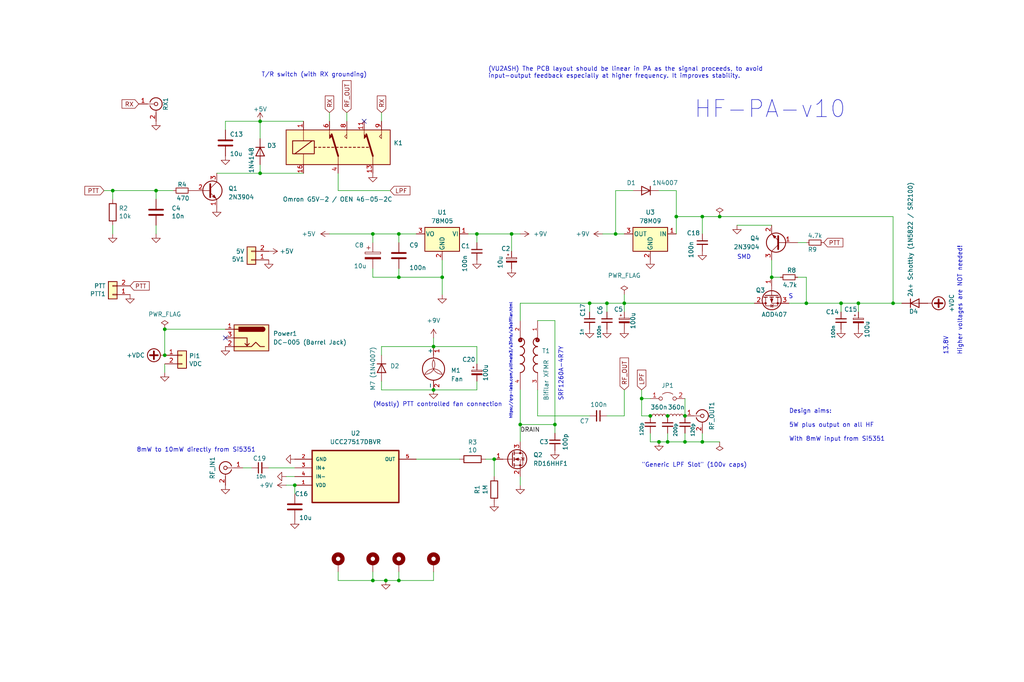
<source format=kicad_sch>
(kicad_sch (version 20230121) (generator eeschema)
  (paper "User" 299.999 200)
  (title_block (title "Easy-PA-With-TR-Switch") (date "2023-09-15") (rev "v3.01") (company "Author: Dhiru Kholia (VU3CER)") (comment 1 "Designed for https://github.com/kholia/Easy-Digital-Beacons-v1 project") (comment 2 "Motivation: We need usable power on the 10m band!") (comment 3 "Based on designs from Henning Paul"))
  (lib_symbols
    (symbol "+VDC_1" (power) (pin_names (offset 0))
      (property "Value" "+VDC_1" (at 0 6.35 0))
      (symbol "+VDC_1_1_1"
        (pin power_in line (at 0 0 90) (length 0) hide (name "+VDC") (number "1"))
      )
    )
    (symbol "Connector:Barrel_Jack_Switch" (pin_names hide)
      (property "Reference" "J" (at 0 5.334 0))
      (property "Value" "Barrel_Jack_Switch" (at 0 -5.08 0))
      (symbol "Barrel_Jack_Switch_1_1"
        (pin passive line (at 7.62 2.54 180) (length 2.54) (name "~") (number "1"))
        (pin passive line (at 7.62 -2.54 180) (length 2.54) (name "~") (number "2"))
        (pin passive line (at 7.62 0 180) (length 2.54) (name "~") (number "3"))
      )
    )
    (symbol "Connector:Conn_Coaxial" (pin_names (offset 1.016) hide)
      (property "Reference" "J" (at 0.254 3.048 0))
      (property "Value" "Conn_Coaxial" (at 2.921 0 90))
      (symbol "Conn_Coaxial_1_1"
        (pin passive line (at -5.08 0 0) (length 2.54) (name "In") (number "1"))
        (pin passive line (at 0 -5.08 90) (length 2.54) (name "Ext") (number "2"))
      )
    )
    (symbol "Connector_Generic:Conn_01x02" (pin_names (offset 1.016) hide)
      (property "Reference" "J" (at 0 2.54 0))
      (property "Value" "Conn_01x02" (at 0 -5.08 0))
      (symbol "Conn_01x02_1_1"
        (pin passive line (at -5.08 0 0) (length 3.81) (name "Pin_1") (number "1"))
        (pin passive line (at -5.08 -2.54 0) (length 3.81) (name "Pin_2") (number "2"))
      )
    )
    (symbol "Device:C" (pin_numbers hide) (pin_names (offset 0.254))
      (property "Reference" "C" (at 0.635 2.54 0))
      (property "Value" "C" (at 0.635 -2.54 0))
      (symbol "C_1_1"
        (pin passive line (at 0 3.81 270) (length 2.794) (name "~") (number "1"))
        (pin passive line (at 0 -3.81 90) (length 2.794) (name "~") (number "2"))
      )
    )
    (symbol "Device:C_Polarized" (pin_numbers hide) (pin_names (offset 0.254))
      (property "Reference" "C" (at 0.635 2.54 0))
      (property "Value" "C_Polarized" (at 0.635 -2.54 0))
      (symbol "C_Polarized_1_1"
        (pin passive line (at 0 3.81 270) (length 2.794) (name "~") (number "1"))
        (pin passive line (at 0 -3.81 90) (length 2.794) (name "~") (number "2"))
      )
    )
    (symbol "Device:C_Polarized_Small" (pin_numbers hide) (pin_names (offset 0.254) hide)
      (property "Reference" "C" (at 0.254 1.778 0))
      (property "Value" "C_Polarized_Small" (at 0.254 -2.032 0))
      (symbol "C_Polarized_Small_1_1"
        (pin passive line (at 0 2.54 270) (length 1.8542) (name "~") (number "1"))
        (pin passive line (at 0 -2.54 90) (length 1.8542) (name "~") (number "2"))
      )
    )
    (symbol "Device:C_Small" (pin_numbers hide) (pin_names (offset 0.254) hide)
      (property "Reference" "C" (at 0.254 1.778 0))
      (property "Value" "C_Small" (at 0.254 -2.032 0))
      (symbol "C_Small_1_1"
        (pin passive line (at 0 2.54 270) (length 2.032) (name "~") (number "1"))
        (pin passive line (at 0 -2.54 90) (length 2.032) (name "~") (number "2"))
      )
    )
    (symbol "Device:D" (pin_numbers hide) (pin_names (offset 1.016) hide)
      (property "Reference" "D" (at 0 2.54 0))
      (property "Value" "D" (at 0 -2.54 0))
      (symbol "D_1_1"
        (pin passive line (at -3.81 0 0) (length 2.54) (name "K") (number "1"))
        (pin passive line (at 3.81 0 180) (length 2.54) (name "A") (number "2"))
      )
    )
    (symbol "Device:L_Small" (pin_numbers hide) (pin_names (offset 0.254) hide)
      (property "Reference" "L" (at 0.762 1.016 0))
      (property "Value" "L_Small" (at 0.762 -1.016 0))
      (symbol "L_Small_1_1"
        (pin passive line (at 0 2.54 270) (length 0.508) (name "~") (number "1"))
        (pin passive line (at 0 -2.54 90) (length 0.508) (name "~") (number "2"))
      )
    )
    (symbol "Device:Q_NMOS_GSD" (pin_names (offset 0) hide)
      (property "Reference" "Q" (at 5.08 1.27 0))
      (property "Value" "Q_NMOS_GSD" (at 5.08 -1.27 0))
      (symbol "Q_NMOS_GSD_1_1"
        (pin input line (at -5.08 0 0) (length 2.54) (name "G") (number "1"))
        (pin passive line (at 2.54 -5.08 90) (length 2.54) (name "S") (number "2"))
        (pin passive line (at 2.54 5.08 270) (length 2.54) (name "D") (number "3"))
      )
    )
    (symbol "Device:R" (pin_numbers hide) (pin_names (offset 0))
      (property "Reference" "R" (at 2.032 0 90))
      (property "Value" "R" (at 0 0 90))
      (symbol "R_1_1"
        (pin passive line (at 0 3.81 270) (length 1.27) (name "~") (number "1"))
        (pin passive line (at 0 -3.81 90) (length 1.27) (name "~") (number "2"))
      )
    )
    (symbol "Device:R_Small" (pin_numbers hide) (pin_names (offset 0.254) hide)
      (property "Reference" "R" (at 0.762 0.508 0))
      (property "Value" "R_Small" (at 0.762 -1.016 0))
      (symbol "R_Small_1_1"
        (pin passive line (at 0 2.54 270) (length 0.762) (name "~") (number "1"))
        (pin passive line (at 0 -2.54 90) (length 0.762) (name "~") (number "2"))
      )
    )
    (symbol "Diode:1N4007" (pin_numbers hide) (pin_names hide)
      (property "Reference" "D" (at 0 2.54 0))
      (property "Value" "1N4007" (at 0 -2.54 0))
      (symbol "1N4007_1_1"
        (pin passive line (at -3.81 0 0) (length 2.54) (name "K") (number "1"))
        (pin passive line (at 3.81 0 180) (length 2.54) (name "A") (number "2"))
      )
    )
    (symbol "Diode:1N4148" (pin_numbers hide) (pin_names hide)
      (property "Reference" "D" (at 0 2.54 0))
      (property "Value" "1N4148" (at 0 -2.54 0))
      (property "Sim.Device" "D" (at 0 0 0))
      (property "Sim.Pins" "1=K 2=A" (at 0 0 0))
      (symbol "1N4148_1_1"
        (pin passive line (at -3.81 0 0) (length 2.54) (name "K") (number "1"))
        (pin passive line (at 3.81 0 180) (length 2.54) (name "A") (number "2"))
      )
    )
    (symbol "Jumper:Jumper_2_Open" (pin_names (offset 0) hide)
      (property "Reference" "JP" (at 0 2.794 0))
      (property "Value" "Jumper_2_Open" (at 0 -2.286 0))
      (symbol "Jumper_2_Open_1_1"
        (pin passive line (at -5.08 0 0) (length 2.54) (name "A") (number "1"))
        (pin passive line (at 5.08 0 180) (length 2.54) (name "B") (number "2"))
      )
    )
    (symbol "Mechanical:MountingHole_Pad" (pin_numbers hide) (pin_names (offset 1.016) hide)
      (property "Reference" "H" (at 0 6.35 0))
      (property "Value" "MountingHole_Pad" (at 0 4.445 0))
      (symbol "MountingHole_Pad_1_1"
        (pin input line (at 0 -2.54 90) (length 2.54) (name "1") (number "1"))
      )
    )
    (symbol "Motor:Fan" (pin_names (offset 0))
      (property "Reference" "M" (at 2.54 5.08 0))
      (property "Value" "Fan" (at 2.54 -2.54 0))
      (symbol "Fan_1_1"
        (pin passive line (at 0 7.62 270) (length 2.54) (name "+") (number "1"))
        (pin passive line (at 0 -5.08 90) (length 2.54) (name "-") (number "2"))
      )
    )
    (symbol "Regulator_Linear:L7812" (pin_names (offset 0.254))
      (property "Reference" "U" (at -3.81 3.175 0))
      (property "Value" "L7812" (at 0 3.175 0))
      (symbol "L7812_1_1"
        (pin power_in line (at -7.62 0 0) (length 2.54) (name "IN") (number "1"))
        (pin power_in line (at 0 -7.62 90) (length 2.54) (name "GND") (number "2"))
        (pin power_out line (at 7.62 0 180) (length 2.54) (name "OUT") (number "3"))
      )
    )
    (symbol "Regulator_Linear:LM78M05_TO252" (pin_names (offset 0.254))
      (property "Reference" "U" (at -3.81 3.175 0))
      (property "Value" "LM78M05_TO252" (at 0 3.175 0))
      (symbol "LM78M05_TO252_1_1"
        (pin power_in line (at -7.62 0 0) (length 2.54) (name "VI") (number "1"))
        (pin power_in line (at 0 -7.62 90) (length 2.54) (name "GND") (number "2"))
        (pin power_out line (at 7.62 0 180) (length 2.54) (name "VO") (number "3"))
      )
    )
    (symbol "Relay:G5V-2"
      (property "Reference" "K" (at 16.51 3.81 0))
      (property "Value" "G5V-2" (at 16.51 1.27 0))
      (symbol "G5V-2_1_1"
        (pin passive line (at -10.16 7.62 270) (length 2.54) (name "~") (number "1"))
        (pin passive line (at 7.62 7.62 270) (length 2.54) (name "~") (number "11"))
        (pin passive line (at 10.16 -7.62 90) (length 2.54) (name "~") (number "13"))
        (pin passive line (at -10.16 -7.62 90) (length 2.54) (name "~") (number "16"))
        (pin passive line (at 0 -7.62 90) (length 2.54) (name "~") (number "4"))
        (pin passive line (at -2.54 7.62 270) (length 2.54) (name "~") (number "6"))
        (pin passive line (at 2.54 7.62 270) (length 2.54) (name "~") (number "8"))
        (pin passive line (at 12.7 7.62 270) (length 2.54) (name "~") (number "9"))
      )
    )
    (symbol "SRF1260A-4R7Y:SRF1260A-4R7Y" (pin_names (offset 1.016))
      (property "Reference" "L" (at -7.631 5.0873 0))
      (property "Value" "SRF1260A-4R7Y" (at -7.6349 -7.6349 0))
      (symbol "SRF1260A-4R7Y_0_0"
        (pin passive line (at -10.16 2.54 0) (length 5.08) (name "~") (number "1"))
        (pin passive line (at -10.16 -2.54 0) (length 5.08) (name "~") (number "2"))
        (pin passive line (at 10.16 2.54 180) (length 5.08) (name "~") (number "3"))
        (pin passive line (at 10.16 -2.54 180) (length 5.08) (name "~") (number "4"))
      )
    )
    (symbol "Transistor_BJT:2N3904" (pin_names (offset 0) hide)
      (property "Reference" "Q" (at 5.08 1.905 0))
      (property "Value" "2N3904" (at 5.08 0 0))
      (symbol "2N3904_1_1"
        (pin passive line (at 2.54 -5.08 90) (length 2.54) (name "E") (number "1"))
        (pin passive line (at -5.08 0 0) (length 5.715) (name "B") (number "2"))
        (pin passive line (at 2.54 5.08 270) (length 2.54) (name "C") (number "3"))
      )
    )
    (symbol "Transistor_BJT:MMBT3904" (pin_names (offset 0) hide)
      (property "Reference" "Q" (at 5.08 1.905 0))
      (property "Value" "MMBT3904" (at 5.08 0 0))
      (symbol "MMBT3904_1_1"
        (pin input line (at -5.08 0 0) (length 5.715) (name "B") (number "1"))
        (pin passive line (at 2.54 -5.08 90) (length 2.54) (name "E") (number "2"))
        (pin passive line (at 2.54 5.08 270) (length 2.54) (name "C") (number "3"))
      )
    )
    (symbol "Transistor_FET:IRF9540N" (pin_names hide)
      (property "Reference" "Q" (at 5.08 1.905 0))
      (property "Value" "IRF9540N" (at 5.08 0 0))
      (symbol "IRF9540N_1_1"
        (pin input line (at -5.08 0 0) (length 2.54) (name "G") (number "1"))
        (pin passive line (at 2.54 5.08 270) (length 2.54) (name "D") (number "2"))
        (pin passive line (at 2.54 -5.08 90) (length 2.54) (name "S") (number "3"))
      )
    )
    (symbol "UCC27517DBVR:UCC27517DBVR" (pin_names (offset 1.016))
      (property "Reference" "U" (at -12.7 8.62 0))
      (property "Value" "UCC27517DBVR" (at -12.7 -11.62 0))
      (symbol "UCC27517DBVR_0_0"
        (pin input line (at -17.78 -2.54 0) (length 5.08) (name "VDD") (number "1"))
        (pin input line (at -17.78 5.08 0) (length 5.08) (name "GND") (number "2"))
        (pin input line (at -17.78 2.54 0) (length 5.08) (name "IN+") (number "3"))
        (pin input line (at -17.78 0 0) (length 5.08) (name "IN-") (number "4"))
        (pin output line (at 17.78 5.08 180) (length 5.08) (name "OUT") (number "5"))
      )
    )
    (symbol "power:+5V" (power) (pin_names (offset 0))
      (property "Value" "+5V" (at 0 3.556 0))
      (symbol "+5V_1_1"
        (pin power_in line (at 0 0 90) (length 0) hide (name "+5V") (number "1"))
      )
    )
    (symbol "power:+9V" (power) (pin_names (offset 0))
      (property "Value" "+9V" (at 0 3.556 0))
      (symbol "+9V_1_1"
        (pin power_in line (at 0 0 90) (length 0) hide (name "+9V") (number "1"))
      )
    )
    (symbol "power:+VDC" (power) (pin_names (offset 0))
      (property "Value" "+VDC" (at 0 6.35 0))
      (symbol "+VDC_1_1"
        (pin power_in line (at 0 0 90) (length 0) hide (name "+VDC") (number "1"))
      )
    )
    (symbol "power:GND" (power) (pin_names (offset 0))
      (property "Value" "GND" (at 0 -3.81 0))
      (symbol "GND_1_1"
        (pin power_in line (at 0 0 270) (length 0) hide (name "GND") (number "1"))
      )
    )
    (symbol "power:PWR_FLAG" (power) (pin_numbers hide) (pin_names (offset 0) hide)
      (property "Value" "PWR_FLAG" (at 0 3.81 0))
      (symbol "PWR_FLAG_0_0"
        (pin power_out line (at 0 0 90) (length 0) (name "pwr") (number "1"))
      )
    )
  )
  (junction (at 205.74 129.54))
  (junction (at 193.04 129.54))
  (junction (at 144.78 134.62))
  (junction (at 162.56 124.46))
  (junction (at 261.62 88.9))
  (junction (at 187.96 116.84))
  (junction (at 139.7 68.58))
  (junction (at 195.58 129.54))
  (junction (at 86.36 142.24))
  (junction (at 127 101.6))
  (junction (at 246.38 88.9))
  (junction (at 127 114.3))
  (junction (at 210.82 63.5))
  (junction (at 116.84 68.58))
  (junction (at 109.22 68.58))
  (junction (at 45.72 55.88))
  (junction (at 129.54 81.28))
  (junction (at 109.22 170.18))
  (junction (at 190.5 121.92))
  (junction (at 200.66 121.92))
  (junction (at 236.22 88.9))
  (junction (at 116.84 81.28))
  (junction (at 48.26 104.14))
  (junction (at 195.58 121.92))
  (junction (at 177.8 88.9))
  (junction (at 116.84 170.18))
  (junction (at 172.72 88.9))
  (junction (at 200.66 129.54))
  (junction (at 152.4 124.46))
  (junction (at 182.88 88.9))
  (junction (at 113.03 170.18))
  (junction (at 251.46 88.9))
  (junction (at 180.34 68.58))
  (junction (at 198.12 63.5))
  (junction (at 33.02 55.88))
  (junction (at 226.06 81.28))
  (junction (at 76.2 50.8))
  (junction (at 48.26 96.52))
  (junction (at 205.74 63.5))
  (junction (at 149.86 68.58))
  (junction (at 76.2 35.56))
  (no_connect (at 66.04 99.06))
  (no_connect (at 106.68 35.56))
  (wire (pts (xy 152.4 88.9) (xy 172.72 88.9)))
  (wire (pts (xy 66.04 35.56) (xy 66.04 38.1)))
  (wire (pts (xy 111.76 33.02) (xy 111.76 35.56)))
  (wire (pts (xy 246.38 88.9) (xy 251.46 88.9)))
  (wire (pts (xy 144.78 139.7) (xy 144.78 134.62)))
  (wire (pts (xy 127 170.18) (xy 127 167.64)))
  (wire (pts (xy 111.76 101.6) (xy 111.76 104.14)))
  (wire (pts (xy 116.84 68.58) (xy 116.84 71.12)))
  (wire (pts (xy 157.48 93.98) (xy 162.56 93.98)))
  (wire (pts (xy 45.72 55.88) (xy 45.72 58.42)))
  (wire (pts (xy 200.66 129.54) (xy 205.74 129.54)))
  (wire (pts (xy 139.7 101.6) (xy 139.7 106.68)))
  (wire (pts (xy 139.7 71.12) (xy 139.7 68.58)))
  (wire (pts (xy 198.12 68.58) (xy 198.12 63.5)))
  (wire (pts (xy 127 101.6) (xy 139.7 101.6)))
  (wire (pts (xy 172.72 88.9) (xy 177.8 88.9)))
  (wire (pts (xy 200.66 127) (xy 200.66 129.54)))
  (wire (pts (xy 45.72 55.88) (xy 50.8 55.88)))
  (wire (pts (xy 157.48 114.3) (xy 157.48 121.92)))
  (wire (pts (xy 210.82 63.5) (xy 261.62 63.5)))
  (wire (pts (xy 177.8 88.9) (xy 177.8 91.44)))
  (wire (pts (xy 226.06 81.28) (xy 228.6 81.28)))
  (wire (pts (xy 109.22 81.28) (xy 116.84 81.28)))
  (wire (pts (xy 251.46 88.9) (xy 251.46 91.44)))
  (wire (pts (xy 48.26 96.52) (xy 48.26 104.14)))
  (wire (pts (xy 86.36 142.24) (xy 86.36 144.78)))
  (wire (pts (xy 111.76 114.3) (xy 127 114.3)))
  (wire (pts (xy 48.26 96.52) (xy 66.04 96.52)))
  (wire (pts (xy 83.82 139.7) (xy 86.36 139.7)))
  (wire (pts (xy 33.02 58.42) (xy 33.02 55.88)))
  (wire (pts (xy 45.72 66.04) (xy 45.72 68.58)))
  (wire (pts (xy 261.62 88.9) (xy 264.16 88.9)))
  (wire (pts (xy 152.4 93.98) (xy 152.4 88.9)))
  (wire (pts (xy 180.34 55.88) (xy 185.42 55.88)))
  (wire (pts (xy 157.48 121.92) (xy 172.72 121.92)))
  (wire (pts (xy 193.04 55.88) (xy 198.12 55.88)))
  (wire (pts (xy 233.68 71.12) (xy 236.22 71.12)))
  (wire (pts (xy 99.06 170.18) (xy 109.22 170.18)))
  (wire (pts (xy 162.56 93.98) (xy 162.56 124.46)))
  (wire (pts (xy 99.06 50.8) (xy 99.06 55.88)))
  (wire (pts (xy 152.4 124.46) (xy 152.4 129.54)))
  (wire (pts (xy 116.84 81.28) (xy 129.54 81.28)))
  (wire (pts (xy 76.2 35.56) (xy 88.9 35.56)))
  (wire (pts (xy 109.22 68.58) (xy 116.84 68.58)))
  (wire (pts (xy 152.4 142.24) (xy 152.4 139.7)))
  (wire (pts (xy 172.72 88.9) (xy 172.72 91.44)))
  (wire (pts (xy 109.22 167.64) (xy 109.22 170.18)))
  (wire (pts (xy 187.96 116.84) (xy 190.5 116.84)))
  (wire (pts (xy 127 99.06) (xy 127 101.6)))
  (wire (pts (xy 193.04 129.54) (xy 195.58 129.54)))
  (wire (pts (xy 182.88 88.9) (xy 220.98 88.9)))
  (wire (pts (xy 99.06 55.88) (xy 114.3 55.88)))
  (wire (pts (xy 205.74 68.58) (xy 205.74 63.5)))
  (wire (pts (xy 127 114.3) (xy 139.7 114.3)))
  (wire (pts (xy 111.76 111.76) (xy 111.76 114.3)))
  (wire (pts (xy 195.58 127) (xy 195.58 129.54)))
  (wire (pts (xy 33.02 55.88) (xy 45.72 55.88)))
  (wire (pts (xy 109.22 71.12) (xy 109.22 68.58)))
  (wire (pts (xy 149.86 68.58) (xy 152.4 68.58)))
  (wire (pts (xy 109.22 81.28) (xy 109.22 78.74)))
  (wire (pts (xy 182.88 88.9) (xy 182.88 91.44)))
  (wire (pts (xy 236.22 88.9) (xy 246.38 88.9)))
  (wire (pts (xy 187.96 116.84) (xy 187.96 121.92)))
  (wire (pts (xy 48.26 109.22) (xy 48.26 106.68)))
  (wire (pts (xy 226.06 76.2) (xy 226.06 81.28)))
  (wire (pts (xy 180.34 55.88) (xy 180.34 68.58)))
  (wire (pts (xy 99.06 167.64) (xy 99.06 170.18)))
  (wire (pts (xy 187.96 121.92) (xy 190.5 121.92)))
  (wire (pts (xy 176.53 68.58) (xy 180.34 68.58)))
  (wire (pts (xy 142.24 134.62) (xy 144.78 134.62)))
  (wire (pts (xy 116.84 78.74) (xy 116.84 81.28)))
  (wire (pts (xy 71.12 137.16) (xy 73.66 137.16)))
  (wire (pts (xy 205.74 129.54) (xy 205.74 127)))
  (wire (pts (xy 121.92 134.62) (xy 134.62 134.62)))
  (wire (pts (xy 116.84 68.58) (xy 121.92 68.58)))
  (wire (pts (xy 152.4 124.46) (xy 162.56 124.46)))
  (wire (pts (xy 111.76 101.6) (xy 127 101.6)))
  (wire (pts (xy 177.8 88.9) (xy 182.88 88.9)))
  (wire (pts (xy 129.54 86.36) (xy 129.54 81.28)))
  (wire (pts (xy 195.58 129.54) (xy 200.66 129.54)))
  (wire (pts (xy 83.82 142.24) (xy 86.36 142.24)))
  (wire (pts (xy 231.14 88.9) (xy 236.22 88.9)))
  (wire (pts (xy 113.03 170.18) (xy 116.84 170.18)))
  (wire (pts (xy 116.84 170.18) (xy 127 170.18)))
  (wire (pts (xy 205.74 63.5) (xy 210.82 63.5)))
  (wire (pts (xy 149.86 68.58) (xy 149.86 73.66)))
  (wire (pts (xy 30.48 55.88) (xy 33.02 55.88)))
  (wire (pts (xy 261.62 63.5) (xy 261.62 88.9)))
  (wire (pts (xy 187.96 114.3) (xy 187.96 116.84)))
  (wire (pts (xy 198.12 63.5) (xy 205.74 63.5)))
  (wire (pts (xy 139.7 68.58) (xy 149.86 68.58)))
  (wire (pts (xy 162.56 124.46) (xy 162.56 127)))
  (wire (pts (xy 251.46 88.9) (xy 261.62 88.9)))
  (wire (pts (xy 101.6 33.02) (xy 101.6 35.56)))
  (wire (pts (xy 78.74 137.16) (xy 86.36 137.16)))
  (wire (pts (xy 236.22 81.28) (xy 236.22 88.9)))
  (wire (pts (xy 205.74 129.54) (xy 210.82 129.54)))
  (wire (pts (xy 33.02 66.04) (xy 33.02 68.58)))
  (wire (pts (xy 76.2 35.56) (xy 76.2 40.64)))
  (wire (pts (xy 182.88 114.3) (xy 182.88 121.92)))
  (wire (pts (xy 180.34 68.58) (xy 182.88 68.58)))
  (wire (pts (xy 190.5 129.54) (xy 193.04 129.54)))
  (wire (pts (xy 198.12 63.5) (xy 198.12 55.88)))
  (wire (pts (xy 109.22 170.18) (xy 113.03 170.18)))
  (wire (pts (xy 96.52 33.02) (xy 96.52 35.56)))
  (wire (pts (xy 76.2 50.8) (xy 76.2 48.26)))
  (wire (pts (xy 76.2 50.8) (xy 88.9 50.8)))
  (wire (pts (xy 139.7 114.3) (xy 139.7 111.76)))
  (wire (pts (xy 96.52 68.58) (xy 109.22 68.58)))
  (wire (pts (xy 63.5 50.8) (xy 76.2 50.8)))
  (wire (pts (xy 215.9 66.04) (xy 226.06 66.04)))
  (wire (pts (xy 182.88 86.36) (xy 182.88 88.9)))
  (wire (pts (xy 152.4 114.3) (xy 152.4 124.46)))
  (wire (pts (xy 177.8 121.92) (xy 182.88 121.92)))
  (wire (pts (xy 190.5 127) (xy 190.5 129.54)))
  (wire (pts (xy 129.54 76.2) (xy 129.54 81.28)))
  (wire (pts (xy 233.68 81.28) (xy 236.22 81.28)))
  (wire (pts (xy 76.2 35.56) (xy 66.04 35.56)))
  (wire (pts (xy 246.38 88.9) (xy 246.38 91.44)))
  (wire (pts (xy 200.66 121.92) (xy 200.66 116.84)))
  (wire (pts (xy 137.16 68.58) (xy 139.7 68.58)))
  (wire (pts (xy 116.84 167.64) (xy 116.84 170.18)))
  (text "T/R switch (with RX grounding)" (at 76.5556 22.733 0) (effects (font (size 1.27 1.27)) (justify left bottom)))
  (text "(Mostly) PTT controlled fan connection" (at 109.22 119.38 0) (effects (font (size 1.27 1.27)) (justify left bottom)))
  (text "8mW to 10mW directly from Si5351" (at 74.93 132.715 0) (effects (font (size 1.27 1.27)) (justify right bottom)))
  (text "SMD" (at 215.9 76.2 0) (effects (font (size 1.27 1.27)) (justify left bottom)))
  (text "HF-PA-v10" (at 203.2 35.052 0) (effects (font (size 5 5)) (justify left bottom)))
  (text "Design aims:\n\n5W plus output on all HF\n\nWith 8mW input from Si5351" (at 231.14 129.54 0) (effects (font (size 1.27 1.27)) (justify left bottom)))
  (text "SRF1260A-4R7Y" (at 165.1 117.602 90) (effects (font (size 1.27 1.27)) (justify left bottom)))
  (text "\"Generic LPF Slot\" (100v caps)" (at 187.96 137.16 0) (effects (font (size 1.27 1.27)) (justify left bottom)))
  (text "https://qrp-labs.com/ultimate3/u3info/u3sbifilar.html" (at 150.114 122.936 90) (effects (font (size 0.8 0.8)) (justify left bottom)))
  (text "13.8V\n\nHigher voltages are NOT needed!" (at 281.94 104.14 90) (effects (font (size 1.27 1.27)) (justify left bottom)))
  (text "(VU2ASH) The PCB layout should be linear in PA as the signal proceeds, to avoid \ninput-output feedback especially at higher frequency. It improves stability." (at 143.002 23.114 0) (effects (font (size 1.27 1.27)) (justify left bottom)))
  (text "S" (at 230.9622 87.7316 0) (effects (font (size 1.27 1.27)) (justify left bottom)))
  (label "DRAIN" (at 152.4 127 0))
  (global_label "RF_OUT" (shape input) (at 101.6 33.02 90) (property "Intersheetrefs" "${INTERSHEET_REFS}" (effects hide)))
  (global_label "RF_OUT" (shape input) (at 182.88 114.3 90) (property "Intersheetrefs" "${INTERSHEET_REFS}" (effects hide)))
  (global_label "PTT" (shape input) (at 38.1 83.82 0) (property "Intersheetrefs" "${INTERSHEET_REFS}" (effects hide)))
  (global_label "LPF" (shape input) (at 114.3 55.88 0) (property "Intersheetrefs" "${INTERSHEET_REFS}" (effects hide)))
  (global_label "RX" (shape input) (at 40.64 30.48 180) (property "Intersheetrefs" "${INTERSHEET_REFS}" (effects hide)))
  (global_label "PTT" (shape input) (at 30.48 55.88 180) (property "Intersheetrefs" "${INTERSHEET_REFS}" (effects hide)))
  (global_label "RX" (shape input) (at 96.52 33.02 90) (property "Intersheetrefs" "${INTERSHEET_REFS}" (effects hide)))
  (global_label "RX" (shape input) (at 111.76 33.02 90) (property "Intersheetrefs" "${INTERSHEET_REFS}" (effects hide)))
  (global_label "LPF" (shape input) (at 187.96 114.3 90) (property "Intersheetrefs" "${INTERSHEET_REFS}" (effects hide)))
  (global_label "PTT" (shape input) (at 241.3 71.12 0) (property "Intersheetrefs" "${INTERSHEET_REFS}" (effects hide)))
  (symbol (lib_id "Device:C_Polarized_Small") (at 182.88 93.98 0) (unit 1)
    (property "Reference" "C5" (at 179.832 90.678 0) (effects (justify left)))
    (property "Value" "100u" (at 185.42 96.52 90) (effects (justify left)))
    (property "Footprint" "Capacitor_THT:CP_Radial_D5.0mm_P2.50mm" (effects hide))
  )
  (symbol (lib_id "Device:C_Small") (at 175.26 121.92 270) (unit 1)
    (property "Reference" "C7" (at 171.196 123.444 90))
    (property "Value" "100n" (at 175.387 118.618 90))
    (property "Footprint" "Capacitor_SMD:C_1206_3216Metric_Pad1.33x1.80mm_HandSolder" (effects hide))
  )
  (symbol (lib_id "Connector_Generic:Conn_01x02") (at 53.34 104.14 0) (unit 1)
    (property "Reference" "PI1" (at 55.372 104.3432 0) (effects (justify left)))
    (property "Value" "VDC" (at 55.372 106.6546 0) (effects (justify left)))
    (property "Footprint" "Connector_PinHeader_2.54mm:PinHeader_1x02_P2.54mm_Vertical" (effects hide))
  )
  (symbol (lib_id "power:+VDC") (at 48.26 104.14 90) (unit 1)
    (property "Reference" "#PWR0110" (effects hide))
    (property "Value" "+VDC" (at 42.4434 104.14 90) (effects (justify left)))
  )
  (symbol (lib_id "Device:R") (at 138.43 134.62 270) (unit 1)
    (property "Reference" "R3" (at 138.43 129.6416 90))
    (property "Value" "10" (at 138.43 131.953 90))
    (property "Footprint" "Resistor_SMD:R_2512_6332Metric_Pad1.40x3.35mm_HandSolder" (effects hide))
  )
  (symbol (lib_id "power:PWR_FLAG") (at 48.26 96.52 0) (unit 1)
    (property "Reference" "#FLG0103" (effects hide))
    (property "Value" "PWR_FLAG" (at 48.26 92.1258 0))
  )
  (symbol (lib_id "power:GND") (at 66.04 142.24 0) (unit 1)
    (property "Reference" "#PWR0106" (effects hide))
    (property "Value" "GND" (effects hide))
  )
  (symbol (lib_id "Device:C_Small") (at 177.8 93.98 0) (unit 1)
    (property "Reference" "C6" (at 175.768 90.932 90))
    (property "Value" "100n" (at 175.514 97.282 90) (effects (font (size 0.9906 0.9906))))
    (property "Footprint" "Capacitor_SMD:C_1206_3216Metric_Pad1.33x1.80mm_HandSolder" (effects hide))
  )
  (symbol (lib_id "power:GND") (at 33.02 68.58 0) (unit 1)
    (property "Reference" "#PWR018" (effects hide))
    (property "Value" "GNDPWR" (effects hide))
  )
  (symbol (lib_id "power:PWR_FLAG") (at 182.88 86.36 0) (unit 1)
    (property "Reference" "#FLG01" (effects hide))
    (property "Value" "PWR_FLAG" (at 182.88 80.772 0))
  )
  (symbol (lib_id "Device:C_Polarized_Small") (at 139.7 109.22 0) (unit 1)
    (property "Reference" "C20" (at 135.382 105.41 0) (effects (justify left)))
    (property "Value" "100u" (at 142.24 111.76 90) (effects (justify left)))
    (property "Footprint" "Capacitor_THT:CP_Radial_D5.0mm_P2.50mm" (effects hide))
  )
  (symbol (lib_id "Device:C_Polarized") (at 109.22 74.93 0) (unit 1)
    (property "Reference" "C8" (at 103.886 71.882 0) (effects (justify left)))
    (property "Value" "10u" (at 103.632 77.978 0) (effects (justify left)))
    (property "Footprint" "Capacitor_SMD:C_1206_3216Metric_Pad1.33x1.80mm_HandSolder" (effects hide))
  )
  (symbol (lib_id "Device:L_Small") (at 198.12 121.92 90) (unit 1)
    (property "Reference" "L2" (effects hide))
    (property "Value" "360n" (at 198.12 119.38 90))
    (property "Footprint" "Inductor_THT:L_Toroid_Vertical_L10.0mm_W5.0mm_P5.08mm" (effects hide))
  )
  (symbol (lib_id "Diode:1N4007") (at 189.23 55.88 180) (unit 1)
    (property "Reference" "D1" (at 184.912 53.594 0))
    (property "Value" "1N4007" (at 194.818 53.594 0))
    (property "Footprint" "Diode_SMD:D_SMA_Handsoldering" (effects hide))
    (property "Datasheet" "http://www.vishay.com/docs/88503/1n4001.pdf" (effects hide))
    (property "Sim.Device" "D" (effects hide))
    (property "Sim.Pins" "1=K 2=A" (effects hide))
  )
  (symbol (lib_name "+VDC_1") (lib_id "power:+VDC") (at 271.78 88.9 270) (unit 1)
    (property "Reference" "#PWR014" (effects hide))
    (property "Value" "+VDC" (at 278.765 88.9 0))
  )
  (symbol (lib_id "power:GND") (at 83.82 139.7 270) (unit 1)
    (property "Reference" "#PWR04" (effects hide))
    (property "Value" "GND" (effects hide))
  )
  (symbol (lib_id "power:GND") (at 63.5 60.96 0) (unit 1)
    (property "Reference" "#PWR023" (effects hide))
    (property "Value" "GND" (effects hide))
  )
  (symbol (lib_id "Device:C") (at 66.04 41.91 0) (unit 1)
    (property "Reference" "C13" (at 67.31 39.37 0) (effects (justify left)))
    (property "Value" "10u" (at 67.31 45.085 0) (effects (justify left)))
    (property "Footprint" "Capacitor_SMD:C_1206_3216Metric_Pad1.33x1.80mm_HandSolder" (effects hide))
  )
  (symbol (lib_id "power:+9V") (at 152.4 68.58 270) (unit 1)
    (property "Reference" "#PWR032" (effects hide))
    (property "Value" "+9V" (at 156.21 68.58 90) (effects (justify left)))
  )
  (symbol (lib_id "power:GND") (at 205.74 73.66 0) (unit 1)
    (property "Reference" "#PWR029" (effects hide))
    (property "Value" "GND" (effects hide))
  )
  (symbol (lib_id "power:GND") (at 45.72 68.58 0) (unit 1)
    (property "Reference" "#PWR022" (effects hide))
    (property "Value" "GNDPWR" (effects hide))
  )
  (symbol (lib_id "Device:C_Polarized_Small") (at 251.46 93.98 0) (unit 1)
    (property "Reference" "C15" (at 247.269 90.678 0) (effects (justify left)))
    (property "Value" "100u" (at 254 99.06 90) (effects (justify left)))
    (property "Footprint" "Capacitor_THT:CP_Radial_D5.0mm_P2.50mm" (effects hide))
  )
  (symbol (lib_id "Connector:Conn_Coaxial") (at 66.04 137.16 0) (mirror y) (unit 1)
    (property "Reference" "RF_IN1" (at 62.23 137.16 90))
    (property "Value" "SMA" (effects hide))
    (property "Footprint" "Connector_Coaxial:SMA_Samtec_SMA-J-P-X-ST-EM1_EdgeMount" (effects hide))
    (property "Datasheet" " ~" (effects hide))
  )
  (symbol (lib_id "Device:C_Small") (at 246.38 93.98 0) (unit 1)
    (property "Reference" "C14" (at 243.84 91.44 0))
    (property "Value" "100n" (at 244.094 97.282 90) (effects (font (size 0.9906 0.9906))))
    (property "Footprint" "Capacitor_SMD:C_1206_3216Metric_Pad1.33x1.80mm_HandSolder" (effects hide))
  )
  (symbol (lib_id "power:+5V") (at 76.2 35.56 0) (unit 1)
    (property "Reference" "#PWR024" (effects hide))
    (property "Value" "+5V" (at 76.2 32.004 0))
  )
  (symbol (lib_id "power:+9V") (at 127 99.06 0) (unit 1)
    (property "Reference" "#PWR034" (effects hide))
    (property "Value" "+9V" (at 127 93.98 0))
  )
  (symbol (lib_id "Device:R") (at 144.78 143.51 0) (unit 1)
    (property "Reference" "R1" (at 139.8016 143.51 90))
    (property "Value" "1M" (at 142.113 143.51 90))
    (property "Footprint" "Resistor_SMD:R_1206_3216Metric_Pad1.30x1.75mm_HandSolder" (effects hide))
  )
  (symbol (lib_id "Diode:1N4148") (at 76.2 44.45 270) (unit 1)
    (property "Reference" "D3" (at 78.232 42.672 90) (effects (justify left)))
    (property "Value" "1N4148" (at 73.66 43.18 0) (effects (justify left)))
    (property "Footprint" "Diode_THT:D_DO-35_SOD27_P2.54mm_Vertical_KathodeUp" (effects hide))
    (property "Datasheet" "https://assets.nexperia.com/documents/data-sheet/1N4148_1N4448.pdf" (effects hide))
  )
  (symbol (lib_id "power:GND") (at 127 114.3 0) (mirror y) (unit 1)
    (property "Reference" "#PWR031" (effects hide))
    (property "Value" "GND" (effects hide))
  )
  (symbol (lib_id "Device:D") (at 267.97 88.9 0) (unit 1)
    (property "Reference" "D4" (at 268.986 91.313 0) (effects (justify right)))
    (property "Value" "2A+ Schottky (1N5822 / SR2100)" (at 266.7 53.34 90) (effects (justify right)))
    (property "Footprint" "Diode_THT:D_DO-41_SOD81_P2.54mm_Vertical_KathodeUp" (effects hide))
    (property "Sim.Device" "D" (effects hide))
    (property "Sim.Pins" "1=K 2=A" (effects hide))
  )
  (symbol (lib_id "power:GND") (at 182.88 96.52 0) (unit 1)
    (property "Reference" "#PWR0103" (effects hide))
    (property "Value" "GND" (effects hide))
  )
  (symbol (lib_id "Device:C_Small") (at 195.58 124.46 0) (unit 1)
    (property "Reference" "C11" (effects hide))
    (property "Value" "200p" (at 197.866 128.016 90) (effects (font (size 1 1)) (justify left)))
    (property "Footprint" "Capacitor_THT:C_Disc_D3.0mm_W2.0mm_P2.50mm" (effects hide))
  )
  (symbol (lib_id "power:GND") (at 66.04 45.72 0) (unit 1)
    (property "Reference" "#PWR010" (effects hide))
    (property "Value" "GNDPWR" (effects hide))
  )
  (symbol (lib_id "power:+9V") (at 83.82 142.24 90) (unit 1)
    (property "Reference" "#PWR033" (effects hide))
    (property "Value" "+9V" (at 80.01 142.24 90) (effects (justify left)))
  )
  (symbol (lib_id "Device:C_Small") (at 76.2 137.16 90) (unit 1)
    (property "Reference" "C19" (at 77.978 134.366 90) (effects (justify left)))
    (property "Value" "10n" (at 77.978 139.7 90) (effects (font (size 1 1)) (justify left)))
    (property "Footprint" "Capacitor_SMD:C_1206_3216Metric_Pad1.33x1.80mm_HandSolder" (effects hide))
  )
  (symbol (lib_id "power:PWR_FLAG") (at 210.82 129.54 180) (unit 1)
    (property "Reference" "#FLG02" (effects hide))
    (property "Value" "PWR_FLAG" (effects hide))
  )
  (symbol (lib_id "power:GND") (at 149.86 78.74 0) (unit 1)
    (property "Reference" "#PWR08" (effects hide))
    (property "Value" "GND" (effects hide))
  )
  (symbol (lib_id "Device:C") (at 86.36 148.59 0) (unit 1)
    (property "Reference" "C16" (at 86.36 144.78 0) (effects (justify left)))
    (property "Value" "10u" (at 87.63 151.765 0) (effects (justify left)))
    (property "Footprint" "Capacitor_SMD:C_1206_3216Metric_Pad1.33x1.80mm_HandSolder" (effects hide))
  )
  (symbol (lib_id "power:GND") (at 162.56 132.08 0) (mirror y) (unit 1)
    (property "Reference" "#PWR015" (effects hide))
    (property "Value" "GND" (effects hide))
  )
  (symbol (lib_id "power:GND") (at 66.04 101.6 0) (unit 1)
    (property "Reference" "#PWR019" (effects hide))
    (property "Value" "GNDPWR" (effects hide))
  )
  (symbol (lib_id "Connector:Conn_Coaxial") (at 205.74 121.92 0) (unit 1)
    (property "Reference" "RF_OUT1" (at 208.534 121.92 90))
    (property "Value" "SMA" (effects hide))
    (property "Footprint" "Connector_Coaxial:SMA_Samtec_SMA-J-P-X-ST-EM1_EdgeMount" (effects hide))
    (property "Datasheet" " ~" (effects hide))
  )
  (symbol (lib_id "Device:Q_NMOS_GSD") (at 149.86 134.62 0) (unit 1)
    (property "Reference" "Q2" (at 156.21 133.35 0) (effects (justify left)))
    (property "Value" "RD16HHF1" (at 156.21 135.89 0) (effects (justify left)))
    (property "Footprint" "Package_TO_SOT_THT:TO-220-3_Horizontal_TabDown" (effects hide))
  )
  (symbol (lib_id "power:GND") (at 78.74 76.2 0) (unit 1)
    (property "Reference" "#PWR020" (effects hide))
    (property "Value" "GND" (effects hide))
  )
  (symbol (lib_id "Diode:1N4007") (at 111.76 107.95 270) (unit 1)
    (property "Reference" "D2" (at 114.3 107.315 90) (effects (justify left)))
    (property "Value" "M7 (1N4007)" (at 109.22 101.6 0) (effects (justify left)))
    (property "Footprint" "Diode_SMD:D_SMA_Handsoldering" (effects hide))
    (property "Datasheet" "http://www.vishay.com/docs/88503/1n4001.pdf" (effects hide))
  )
  (symbol (lib_id "power:GND") (at 190.5 76.2 0) (unit 1)
    (property "Reference" "#PWR017" (effects hide))
    (property "Value" "GND" (effects hide))
  )
  (symbol (lib_id "Device:R_Small") (at 238.76 71.12 90) (unit 1)
    (property "Reference" "R9" (at 237.998 73.152 90))
    (property "Value" "4.7k" (at 238.76 69.088 90))
    (property "Footprint" "Resistor_SMD:R_1206_3216Metric_Pad1.30x1.75mm_HandSolder" (effects hide))
  )
  (symbol (lib_id "Device:C_Small") (at 190.5 124.46 0) (unit 1)
    (property "Reference" "C10" (effects hide))
    (property "Value" "120p" (at 187.96 127.762 90) (effects (font (size 1 1)) (justify left)))
    (property "Footprint" "Capacitor_THT:C_Disc_D3.0mm_W2.0mm_P2.50mm" (effects hide))
  )
  (symbol (lib_id "power:GND") (at 193.04 129.54 0) (mirror y) (unit 1)
    (property "Reference" "#PWR016" (effects hide))
    (property "Value" "GND" (effects hide))
  )
  (symbol (lib_id "Device:C_Small") (at 205.74 71.12 0) (unit 1)
    (property "Reference" "C18" (at 201.168 68.326 0) (effects (justify left)))
    (property "Value" "100n" (at 202.438 75.692 90) (effects (justify left)))
    (property "Footprint" "Capacitor_SMD:C_1206_3216Metric_Pad1.33x1.80mm_HandSolder" (effects hide))
  )
  (symbol (lib_id "Mechanical:MountingHole_Pad") (at 116.84 165.1 0) (unit 1)
    (property "Reference" "H3" (effects hide))
    (property "Value" "MountingHole_Pad" (effects hide))
    (property "Footprint" "MountingHole:MountingHole_2.2mm_M2_Pad" (effects hide))
  )
  (symbol (lib_id "power:GND") (at 251.46 96.52 0) (unit 1)
    (property "Reference" "#PWR013" (effects hide))
    (property "Value" "GND" (effects hide))
  )
  (symbol (lib_id "Transistor_BJT:MMBT3904") (at 228.6 71.12 180) (unit 1)
    (property "Reference" "Q4" (at 222.504 69.8499 0) (effects (justify left)))
    (property "Value" "2N3904" (at 222.504 72.3899 0) (effects (justify left)))
    (property "Footprint" "Package_TO_SOT_SMD:SOT-23_Handsoldering" (effects hide))
    (property "Datasheet" "https://www.onsemi.com/pdf/datasheet/pzt3904-d.pdf" (effects hide))
  )
  (symbol (lib_id "Transistor_BJT:2N3904") (at 60.96 55.88 0) (unit 1)
    (property "Reference" "Q1" (at 66.8782 55.245 0) (effects (justify left)))
    (property "Value" "2N3904" (at 66.8782 57.785 0) (effects (justify left)))
    (property "Footprint" "Package_TO_SOT_THT:TO-92_HandSolder" (effects hide))
    (property "Datasheet" "https://www.onsemi.com/pub/Collateral/2N3903-D.PDF" (effects hide))
  )
  (symbol (lib_id "Device:C_Small") (at 162.56 129.54 0) (unit 1)
    (property "Reference" "C3" (at 157.988 129.54 0) (effects (justify left)))
    (property "Value" "100p" (at 165.608 132.08 90) (effects (justify left)))
    (property "Footprint" "Capacitor_SMD:C_1206_3216Metric_Pad1.33x1.80mm_HandSolder" (effects hide))
    (property "Sim.Device" "SPICE" (effects hide))
    (property "Sim.Params" "type=\"\" model=\"100n\" lib=\"\"" (effects hide))
    (property "Sim.Pins" "1=1 2=2" (effects hide))
  )
  (symbol (lib_id "power:GND") (at 109.22 50.8 0) (unit 1)
    (property "Reference" "#PWR025" (effects hide))
    (property "Value" "GND" (effects hide))
  )
  (symbol (lib_id "Regulator_Linear:LM78M05_TO252") (at 129.54 68.58 0) (mirror y) (unit 1)
    (property "Reference" "U1" (at 129.54 62.23 0))
    (property "Value" "78M05" (at 129.54 64.77 0))
    (property "Footprint" "Package_TO_SOT_SMD:TO-252-2" (effects hide))
    (property "Datasheet" "https://www.onsemi.com/pub/Collateral/MC78M00-D.PDF" (effects hide))
  )
  (symbol (lib_id "Connector_Generic:Conn_01x02") (at 33.02 86.36 180) (unit 1)
    (property "Reference" "PTT1" (at 30.988 86.1568 0) (effects (justify left)))
    (property "Value" "PTT" (at 30.988 83.8454 0) (effects (justify left)))
    (property "Footprint" "Connector_PinHeader_2.54mm:PinHeader_1x02_P2.54mm_Vertical" (effects hide))
  )
  (symbol (lib_id "Device:C_Small") (at 172.72 93.98 0) (unit 1)
    (property "Reference" "C17" (at 170.688 90.932 90))
    (property "Value" "1n" (at 170.434 97.282 90) (effects (font (size 0.9906 0.9906))))
    (property "Footprint" "Capacitor_SMD:C_1206_3216Metric_Pad1.33x1.80mm_HandSolder" (effects hide))
  )
  (symbol (lib_id "Mechanical:MountingHole_Pad") (at 109.22 165.1 0) (unit 1)
    (property "Reference" "H2" (effects hide))
    (property "Value" "MountingHole_Pad" (effects hide))
    (property "Footprint" "MountingHole:MountingHole_2.2mm_M2_Pad" (effects hide))
  )
  (symbol (lib_id "SRF1260A-4R7Y:SRF1260A-4R7Y") (at 154.94 104.14 270) (unit 1)
    (property "Reference" "T1" (at 158.75 102.87 90) (effects (justify left)))
    (property "Value" "Bifilar XFMR" (at 160.02 105.41 0) (effects (justify left)))
    (property "Footprint" "footprints:IND_SRF1260A-4R7Y" (effects hide))
    (property "MF" "Bourns" (effects hide))
    (property "MOUSER-PURCHASE-URL" "https://snapeda.com/shop?store=Mouser&id=1533338" (effects hide))
    (property "DESCRIPTION" "Shielded 2 Coil Inductor Array 27.2µH Inductance - Connected in Series 6.8µH Inductance - Connected in Parallel 18.6mOhm Max DC Resistance (DCR) - Parallel 6.64A Nonstandard" (effects hide))
    (property "PACKAGE" "Nonstandard Bourns" (effects hide))
    (property "PRICE" "None" (effects hide))
    (property "MP" "SRF1260A-6R8Y" (effects hide))
    (property "AVAILABILITY" "Warning" (effects hide))
  )
  (symbol (lib_id "Jumper:Jumper_2_Open") (at 195.58 116.84 0) (unit 1)
    (property "Reference" "JP1" (at 195.58 113.03 0))
    (property "Value" "Jumper_2_Open" (effects hide))
    (property "Footprint" "Jumper:SolderJumper-2_P1.3mm_Open_TrianglePad1.0x1.5mm" (effects hide))
  )
  (symbol (lib_id "power:GND") (at 86.36 134.62 270) (unit 1)
    (property "Reference" "#PWR02" (effects hide))
    (property "Value" "GND" (effects hide))
  )
  (symbol (lib_id "power:+9V") (at 176.53 68.58 90) (unit 1)
    (property "Reference" "#PWR030" (effects hide))
    (property "Value" "+9V" (at 172.72 68.58 90) (effects (justify left)))
  )
  (symbol (lib_id "power:GND") (at 129.54 86.36 0) (unit 1)
    (property "Reference" "#PWR07" (effects hide))
    (property "Value" "GND" (effects hide))
  )
  (symbol (lib_id "power:GND") (at 139.7 76.2 0) (unit 1)
    (property "Reference" "#PWR05" (effects hide))
    (property "Value" "GND" (effects hide))
  )
  (symbol (lib_id "power:GND") (at 113.03 170.18 0) (unit 1)
    (property "Reference" "#PWR01" (effects hide))
    (property "Value" "GNDPWR" (effects hide))
  )
  (symbol (lib_id "Device:C") (at 45.72 62.23 0) (unit 1)
    (property "Reference" "C4" (at 50.2412 61.0616 0) (effects (justify left)))
    (property "Value" "10n" (at 50.2412 63.373 0) (effects (justify left)))
    (property "Footprint" "Capacitor_SMD:C_1206_3216Metric_Pad1.33x1.80mm_HandSolder" (effects hide))
  )
  (symbol (lib_id "Relay:G5V-2") (at 99.06 43.18 0) (unit 1)
    (property "Reference" "K1" (at 115.316 41.9099 0) (effects (justify left)))
    (property "Value" "Omron G5V-2 / OEN 46-05-2C" (at 82.804 58.42 0) (effects (justify left)))
    (property "Footprint" "Relay_THT:Relay_DPDT_Omron_G5V-2" (effects hide))
    (property "Datasheet" "http://omronfs.omron.com/en_US/ecb/products/pdf/en-g5v_2.pdf" (effects hide))
  )
  (symbol (lib_id "power:PWR_FLAG") (at 210.82 63.5 0) (unit 1)
    (property "Reference" "#FLG03" (effects hide))
    (property "Value" "PWR_FLAG" (effects hide))
  )
  (symbol (lib_id "Transistor_FET:IRF9540N") (at 226.06 86.36 90) (mirror x) (unit 1)
    (property "Reference" "Q3" (at 222.758 85.09 90))
    (property "Value" "AOD407" (at 226.822 92.202 90))
    (property "Footprint" "Package_TO_SOT_SMD:TO-252-2" (effects hide))
    (property "Datasheet" "http://www.irf.com/product-info/datasheets/data/irf9540n.pdf" (effects hide))
  )
  (symbol (lib_id "Connector_Generic:Conn_01x02") (at 73.66 76.2 180) (unit 1)
    (property "Reference" "5V1" (at 71.628 75.9968 0) (effects (justify left)))
    (property "Value" "5V" (at 71.628 73.6854 0) (effects (justify left)))
    (property "Footprint" "Connector_PinHeader_2.54mm:PinHeader_1x02_P2.54mm_Vertical" (effects hide))
  )
  (symbol (lib_id "power:GND") (at 144.78 147.32 0) (unit 1)
    (property "Reference" "#PWR03" (effects hide))
    (property "Value" "GND" (effects hide))
  )
  (symbol (lib_id "Device:C_Small") (at 200.66 124.46 0) (unit 1)
    (property "Reference" "C12" (effects hide))
    (property "Value" "120p" (at 202.946 128.016 90) (effects (font (size 1 1)) (justify left)))
    (property "Footprint" "Capacitor_THT:C_Disc_D3.0mm_W2.0mm_P2.50mm" (effects hide))
  )
  (symbol (lib_id "Device:R_Small") (at 231.14 81.28 90) (unit 1)
    (property "Reference" "R8" (at 231.902 79.248 90))
    (property "Value" "4.7k" (at 231.394 83.566 90))
    (property "Footprint" "Resistor_SMD:R_1206_3216Metric_Pad1.30x1.75mm_HandSolder" (effects hide))
  )
  (symbol (lib_id "Regulator_Linear:L7812") (at 190.5 68.58 0) (mirror y) (unit 1)
    (property "Reference" "U3" (at 190.5 62.23 0))
    (property "Value" "78M09" (at 190.5 64.77 0))
    (property "Footprint" "Package_TO_SOT_SMD:TO-252-2" (effects hide))
    (property "Datasheet" "http://www.st.com/content/ccc/resource/technical/document/datasheet/41/4f/b3/b0/12/d4/47/88/CD00000444.pdf/files/CD00000444.pdf/jcr:content/translations/en.CD00000444.pdf" (effects hide))
  )
  (symbol (lib_id "power:GND") (at 45.72 35.56 0) (unit 1)
    (property "Reference" "#PWR021" (effects hide))
    (property "Value" "GNDPWR" (effects hide))
  )
  (symbol (lib_id "Connector:Conn_Coaxial") (at 45.72 30.48 0) (unit 1)
    (property "Reference" "RX1" (at 48.514 30.48 90))
    (property "Value" "SMA" (effects hide))
    (property "Footprint" "Connector_Coaxial:SMA_Samtec_SMA-J-P-X-ST-EM1_EdgeMount" (effects hide))
    (property "Datasheet" " ~" (effects hide))
  )
  (symbol (lib_id "Device:R_Small") (at 53.34 55.88 90) (unit 1)
    (property "Reference" "R4" (at 53.34 54.102 90))
    (property "Value" "470" (at 53.594 58.1406 90))
    (property "Footprint" "Resistor_SMD:R_1206_3216Metric_Pad1.30x1.75mm_HandSolder" (effects hide))
  )
  (symbol (lib_id "Mechanical:MountingHole_Pad") (at 127 165.1 0) (mirror y) (unit 1)
    (property "Reference" "H4" (effects hide))
    (property "Value" "MountingHole_Pad" (effects hide))
    (property "Footprint" "MountingHole:MountingHole_2.2mm_M2_Pad" (effects hide))
  )
  (symbol (lib_id "Device:R") (at 33.02 62.23 0) (unit 1)
    (property "Reference" "R2" (at 34.798 61.0616 0) (effects (justify left)))
    (property "Value" "10k" (at 34.798 63.373 0) (effects (justify left)))
    (property "Footprint" "Resistor_SMD:R_1206_3216Metric_Pad1.30x1.75mm_HandSolder" (effects hide))
  )
  (symbol (lib_id "power:GND") (at 152.4 142.24 0) (unit 1)
    (property "Reference" "#PWR0116" (effects hide))
    (property "Value" "GND" (effects hide))
  )
  (symbol (lib_id "power:GND") (at 48.26 109.22 0) (unit 1)
    (property "Reference" "#PWR0109" (effects hide))
    (property "Value" "GND" (effects hide))
  )
  (symbol (lib_id "Connector:Barrel_Jack_Switch") (at 73.66 99.06 0) (mirror y) (unit 1)
    (property "Reference" "Power1" (at 80.01 97.7899 0) (effects (justify right)))
    (property "Value" "DC-005 (Barrel Jack)" (at 80.01 100.3299 0) (effects (justify right)))
    (property "Footprint" "footprints:XKB_DC-005-5A-2.0_Modded" (effects hide))
  )
  (symbol (lib_id "Device:C_Small") (at 139.7 73.66 0) (unit 1)
    (property "Reference" "C1" (at 135.0264 72.136 0) (effects (justify left)))
    (property "Value" "100n" (at 136.144 79.756 90) (effects (justify left)))
    (property "Footprint" "Capacitor_SMD:C_1206_3216Metric_Pad1.33x1.80mm_HandSolder" (effects hide))
  )
  (symbol (lib_id "UCC27517DBVR:UCC27517DBVR") (at 104.14 139.7 0) (unit 1)
    (property "Reference" "U2" (at 104.14 127 0))
    (property "Value" "UCC27517DBVR" (at 104.14 129.54 0))
    (property "Footprint" "Package_TO_SOT_SMD:SOT-23-5_HandSoldering" (effects hide))
    (property "MF" "Texas Instruments" (effects hide))
    (property "Description" "\n4-A/4-A single-channel gate driver with 5-V UVLO and 13-ns prop delay in SOT-23 package\n" (effects hide))
    (property "Package" "SOT-23-5 Texas Instruments" (effects hide))
    (property "Price" "None" (effects hide))
    (property "SnapEDA_Link" "https://www.snapeda.com/parts/UCC27517DBVR/Texas+Instruments/view-part/?ref=snap" (effects hide))
    (property "MP" "UCC27517DBVR" (effects hide))
    (property "Purchase-URL" "https://pricing.snapeda.com/search?q=UCC27517DBVR&ref=eda" (effects hide))
    (property "Availability" "In Stock" (effects hide))
    (property "Check_prices" "https://www.snapeda.com/parts/UCC27517DBVR/Texas+Instruments/view-part/?ref=eda" (effects hide))
  )
  (symbol (lib_id "power:GND") (at 172.72 96.52 0) (unit 1)
    (property "Reference" "#PWR028" (effects hide))
    (property "Value" "GND" (effects hide))
  )
  (symbol (lib_id "power:GND") (at 246.38 96.52 0) (unit 1)
    (property "Reference" "#PWR012" (effects hide))
    (property "Value" "GND" (effects hide))
  )
  (symbol (lib_id "power:+5V") (at 78.74 73.66 270) (unit 1)
    (property "Reference" "#PWR011" (effects hide))
    (property "Value" "+5V" (at 81.915 73.66 90) (effects (justify left)))
  )
  (symbol (lib_id "Device:L_Small") (at 193.04 121.92 90) (unit 1)
    (property "Reference" "L1" (effects hide))
    (property "Value" "360n" (at 193.04 119.38 90))
    (property "Footprint" "Inductor_THT:L_Toroid_Vertical_L10.0mm_W5.0mm_P5.08mm" (effects hide))
  )
  (symbol (lib_id "Motor:Fan") (at 127 109.22 0) (unit 1)
    (property "Reference" "M1" (at 132.08 108.585 0) (effects (justify left)))
    (property "Value" "Fan" (at 132.08 111.125 0) (effects (justify left)))
    (property "Footprint" "Connector_PinHeader_2.54mm:PinHeader_1x02_P2.54mm_Vertical_SMD_Pin1Left" (effects hide))
  )
  (symbol (lib_id "power:+5V") (at 96.52 68.58 90) (unit 1)
    (property "Reference" "#PWR06" (effects hide))
    (property "Value" "+5V" (at 92.456 68.5799 90) (effects (justify left)))
  )
  (symbol (lib_id "power:GND") (at 86.36 152.4 0) (unit 1)
    (property "Reference" "#PWR027" (effects hide))
    (property "Value" "GNDPWR" (effects hide))
  )
  (symbol (lib_id "power:GND") (at 177.8 96.52 0) (unit 1)
    (property "Reference" "#PWR0105" (effects hide))
    (property "Value" "GND" (effects hide))
  )
  (symbol (lib_id "Device:C") (at 116.84 74.93 0) (unit 1)
    (property "Reference" "C9" (at 119.888 71.882 0) (effects (justify left)))
    (property "Value" "100n" (at 119.888 78.486 0) (effects (justify left)))
    (property "Footprint" "Capacitor_SMD:C_1206_3216Metric_Pad1.33x1.80mm_HandSolder" (effects hide))
  )
  (symbol (lib_id "power:GND") (at 38.1 86.36 0) (unit 1)
    (property "Reference" "#PWR026" (effects hide))
    (property "Value" "GND" (effects hide))
  )
  (symbol (lib_id "Device:C_Polarized_Small") (at 149.86 76.2 0) (unit 1)
    (property "Reference" "C2" (at 146.812 72.898 0) (effects (justify left)))
    (property "Value" "10u" (at 146.558 78.74 90) (effects (justify left)))
    (property "Footprint" "Capacitor_SMD:C_1206_3216Metric_Pad1.33x1.80mm_HandSolder" (effects hide))
  )
  (symbol (lib_id "Mechanical:MountingHole_Pad") (at 99.06 165.1 0) (unit 1)
    (property "Reference" "H1" (effects hide))
    (property "Value" "MountingHole_Pad" (effects hide))
    (property "Footprint" "MountingHole:MountingHole_2.2mm_M2_Pad" (effects hide))
  )
  (symbol (lib_id "power:GND") (at 215.9 66.04 0) (unit 1)
    (property "Reference" "#PWR09" (effects hide))
    (property "Value" "GND" (effects hide))
  )
)
</source>
